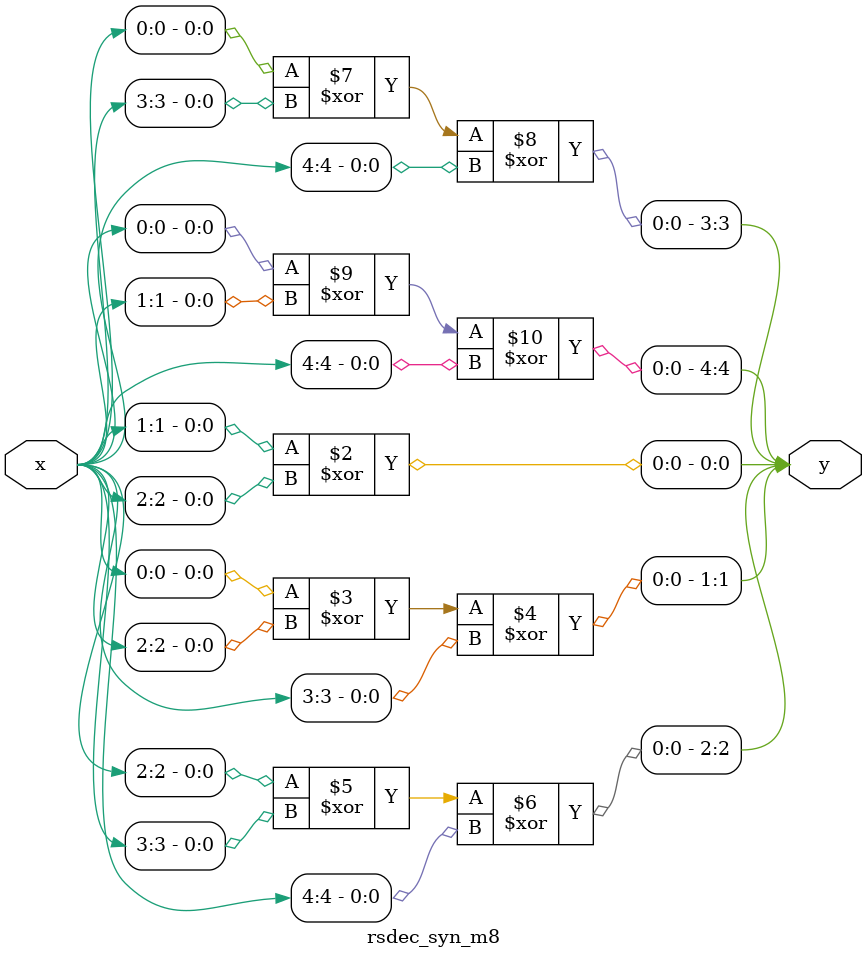
<source format=v>
module rsdec_syn_m8 (y, x);
	input [4:0] x;
	output [4:0] y;
	reg [4:0] y;
	always @ (x)
	begin
		y[0] = x[1] ^ x[2];
		y[1] = x[0] ^ x[2] ^ x[3];
		y[2] = x[2] ^ x[3] ^ x[4];
		y[3] = x[0] ^ x[3] ^ x[4];
		y[4] = x[0] ^ x[1] ^ x[4];
	end
endmodule
</source>
